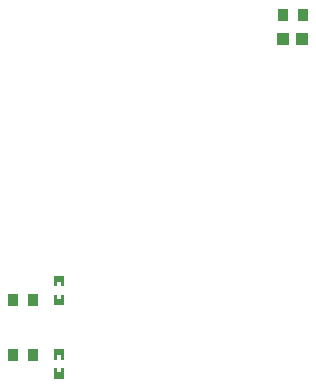
<source format=gtp>
G04 Layer: TopPasteMaskLayer*
G04 EasyEDA v6.5.32, 2023-07-25 14:04:49*
G04 011ca2bd5c0445db9f1e9e00ee4858da,5a6b42c53f6a479593ecc07194224c93,10*
G04 Gerber Generator version 0.2*
G04 Scale: 100 percent, Rotated: No, Reflected: No *
G04 Dimensions in millimeters *
G04 leading zeros omitted , absolute positions ,4 integer and 5 decimal *
%FSLAX45Y45*%
%MOMM*%

%ADD10R,0.8999X1.0000*%
%ADD11R,1.0000X1.1000*%

%LPD*%
G36*
X2207920Y3363010D02*
G01*
X2202891Y3357981D01*
X2202891Y3278022D01*
X2207920Y3272993D01*
X2230678Y3272993D01*
X2230678Y3310026D01*
X2263698Y3310026D01*
X2263698Y3272993D01*
X2287879Y3272993D01*
X2292908Y3278022D01*
X2292908Y3357981D01*
X2287879Y3363010D01*
G37*
G36*
X2207920Y3202990D02*
G01*
X2202891Y3198012D01*
X2202891Y3119018D01*
X2207920Y3113989D01*
X2287879Y3113989D01*
X2292908Y3119018D01*
X2292908Y3198012D01*
X2287879Y3202990D01*
X2263698Y3202990D01*
X2263698Y3164992D01*
X2230678Y3164992D01*
X2230678Y3202990D01*
G37*
G36*
X2207920Y2581706D02*
G01*
X2202891Y2576677D01*
X2202891Y2496718D01*
X2207920Y2491689D01*
X2287879Y2491689D01*
X2292908Y2496718D01*
X2292908Y2576677D01*
X2287879Y2581706D01*
X2265121Y2581706D01*
X2265121Y2544673D01*
X2232101Y2544673D01*
X2232101Y2581706D01*
G37*
G36*
X2207920Y2740710D02*
G01*
X2202891Y2735681D01*
X2202891Y2656687D01*
X2207920Y2651709D01*
X2232101Y2651709D01*
X2232101Y2689707D01*
X2265121Y2689707D01*
X2265121Y2651709D01*
X2287879Y2651709D01*
X2292908Y2656687D01*
X2292908Y2735681D01*
X2287879Y2740710D01*
G37*
D10*
G01*
X4144086Y5575300D03*
G01*
X4314088Y5575300D03*
D11*
G01*
X4149090Y5372100D03*
G01*
X4309084Y5372100D03*
D10*
G01*
X2028113Y2692400D03*
G01*
X1858111Y2692400D03*
G01*
X1858086Y3162300D03*
G01*
X2028088Y3162300D03*
M02*

</source>
